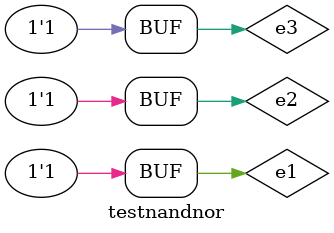
<source format=v>


module metodonandnor (s4,e1,e2,e3);

output s4;
input  e1,e2,e3;

assign s4 = ( ~ (e1 & e2 & e3 ) );

endmodule



module testnandnor;

reg e1,e2,e3;
wire s1,s,s2,s3,s4;


   metodonandnor NANDNOR1 ( s1,e1,e1,e1 );
	metodonandnor NANDNOR2 ( s,e2,e2,e2 );
	metodonandnor NANDNOR3 ( s2,e3,e3,e3 );
	metodonandnor NANDNOR4 ( s3,s1,s,s2 );
	metodonandnor NANDNOR5 ( s4,s3,s3,s3 );



initial begin:start
     e1= 0; e2=0; e3=0;
		
end

initial begin: main

   #1 $display (" Tabela verdade da porta NAND com 3 entradas utilizando portas NOR ");
   #1 $display ("  ~ (e1 & e2 & e3 )  =  s ");
	
	$monitor (" %b & %b & %b = %b", e1,e2,e3,s4 );   
   #1 e1 = 0; e2 = 0; e3 = 1;
	#1 e1 = 0; e2 = 1; e3 = 0;
	#1 e1 = 0; e2 = 1; e3 = 1;
	#1 e1 = 1; e2 = 0; e3 = 0;
	#1 e1 = 1; e2 = 0; e3 = 1;
	#1 e1 = 1; e2 = 1; e3 = 0;
	#1 e1 = 1; e2 = 1; e3 = 1;  

	
end

endmodule





/* Registrando os dados

    Tabela verdade da porta NOR com 3 entradas utilizando portas NAND 
      ~ (e1 & e2 & e3 )  =  s 
     0 & 0 & 0 = 1
     0 & 0 & 1 = 0
     0 & 1 & 0 = 0
     0 & 1 & 1 = 0
     1 & 0 & 0 = 0
     1 & 0 & 1 = 0
     1 & 1 & 0 = 0
     1 & 1 & 1 = 0
    
     ----jGRASP: operation complete.
 */





</source>
